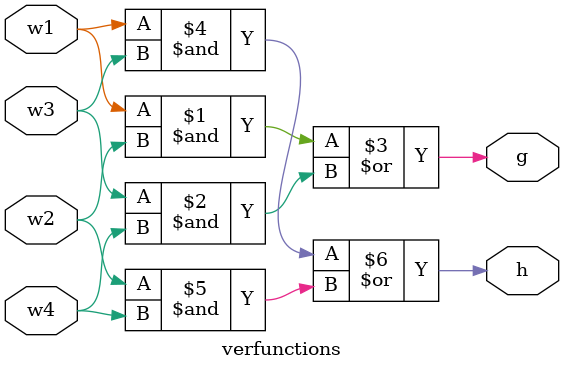
<source format=v>
module verfunctions (w1, w2, w3, w4, g, h);
	input w1, w2, w3, w4;
	output g, h;

	assign g = (w1 & w2) | (w3 & w4);
	assign h = (w1 & w3) | (w2 & w4);
endmodule
</source>
